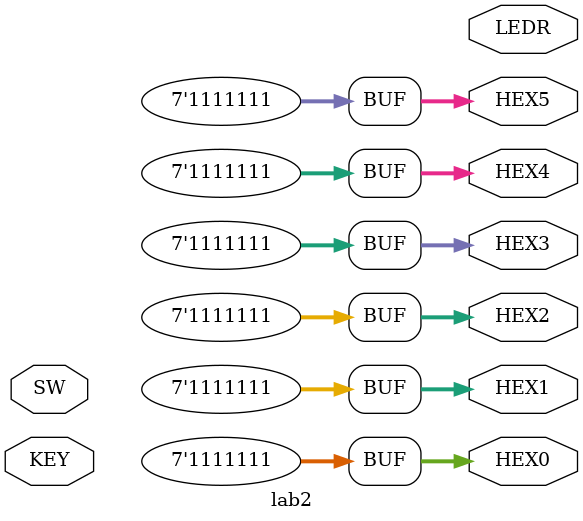
<source format=sv>
/* Top-level module that defines the I/Os for the DE1-SoC board
 * and the circuit behavior.
 */
module lab2 (
  output logic [6:0] HEX0, HEX1, HEX2, HEX3, HEX4, HEX5,
  output logic [9:0] LEDR,
  input  logic [3:0] KEY,
  input  logic [9:0] SW
  );

  // Default values, turns off the HEX displays
  assign HEX0 = 7'b1111111;
  assign HEX1 = 7'b1111111;
  assign HEX2 = 7'b1111111;
  assign HEX3 = 7'b1111111;
  assign HEX4 = 7'b1111111;
  assign HEX5 = 7'b1111111;

  // Logic to check if SW3-SW0 match your bottom digit,
  // and SW7-SW4 match the next.
  // Result should drive LEDR0.

endmodule  // lab2

</source>
